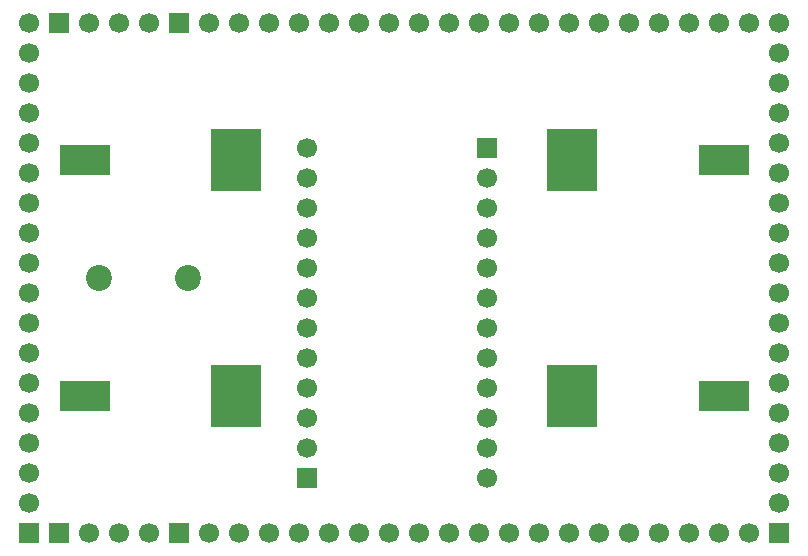
<source format=gbr>
G04 DipTrace 3.2.0.1*
G04 BottomMask.gbr*
%MOMM*%
G04 #@! TF.FileFunction,Soldermask,Bot*
G04 #@! TF.Part,Single*
%ADD55C,2.2*%
%ADD57R,4.2X5.3*%
%ADD59R,4.2X2.6*%
%ADD63C,1.7*%
%ADD65R,1.7X1.7*%
%FSLAX35Y35*%
G04*
G71*
G90*
G75*
G01*
G04 BotMask*
%LPD*%
D65*
X6482080Y127000D3*
D63*
Y381000D3*
Y635000D3*
Y889000D3*
Y1143000D3*
Y1397000D3*
Y1651000D3*
Y1905000D3*
Y2159000D3*
Y2413000D3*
Y2667000D3*
Y2921000D3*
Y3175000D3*
Y3429000D3*
Y3683000D3*
Y3937000D3*
Y4191000D3*
Y4445000D3*
D65*
X132080Y127000D3*
D63*
Y381000D3*
Y635000D3*
Y889000D3*
Y1143000D3*
Y1397000D3*
Y1651000D3*
Y1905000D3*
Y2159000D3*
Y2413000D3*
Y2667000D3*
Y2921000D3*
Y3175000D3*
Y3429000D3*
Y3683000D3*
Y3937000D3*
Y4191000D3*
Y4445000D3*
D65*
X1402080D3*
D63*
X1656080D3*
X1910080D3*
X2164080D3*
X2418080D3*
X2672080D3*
X2926080D3*
X3180080D3*
X3434080D3*
X3688080D3*
X3942080D3*
X4196080D3*
X4450080D3*
X4704080D3*
X4958080D3*
X5212080D3*
X5466080D3*
X5720080D3*
X5974080D3*
X6228080D3*
D65*
X1402080Y127000D3*
D63*
X1656080D3*
X1910080D3*
X2164080D3*
X2418080D3*
X2672080D3*
X2926080D3*
X3180080D3*
X3434080D3*
X3688080D3*
X3942080D3*
X4196080D3*
X4450080D3*
X4704080D3*
X4958080D3*
X5212080D3*
X5466080D3*
X5720080D3*
X5974080D3*
X6228080D3*
D65*
X386080Y4445000D3*
D63*
X640080D3*
X894080D3*
X1148080D3*
D65*
X386080Y127000D3*
D63*
X640080D3*
X894080D3*
X1148080D3*
D65*
X4007080Y3383000D3*
D63*
Y3129000D3*
Y2875000D3*
Y2621000D3*
Y2367000D3*
Y2113000D3*
Y1859000D3*
Y1605000D3*
Y1351000D3*
Y1097000D3*
Y843000D3*
Y589000D3*
D65*
X2483080D3*
D63*
Y843000D3*
Y1097000D3*
Y1351000D3*
Y1605000D3*
Y1859000D3*
Y2113000D3*
Y2367000D3*
Y2621000D3*
Y2875000D3*
Y3129000D3*
Y3383000D3*
D59*
X603580Y1286000D3*
X6010580D3*
D57*
X1884580D3*
X4729580D3*
D59*
X6010580Y3286000D3*
X603580D3*
D57*
X4729580D3*
X1884580D3*
D55*
X1478820Y2286000D3*
X718820D3*
M02*

</source>
